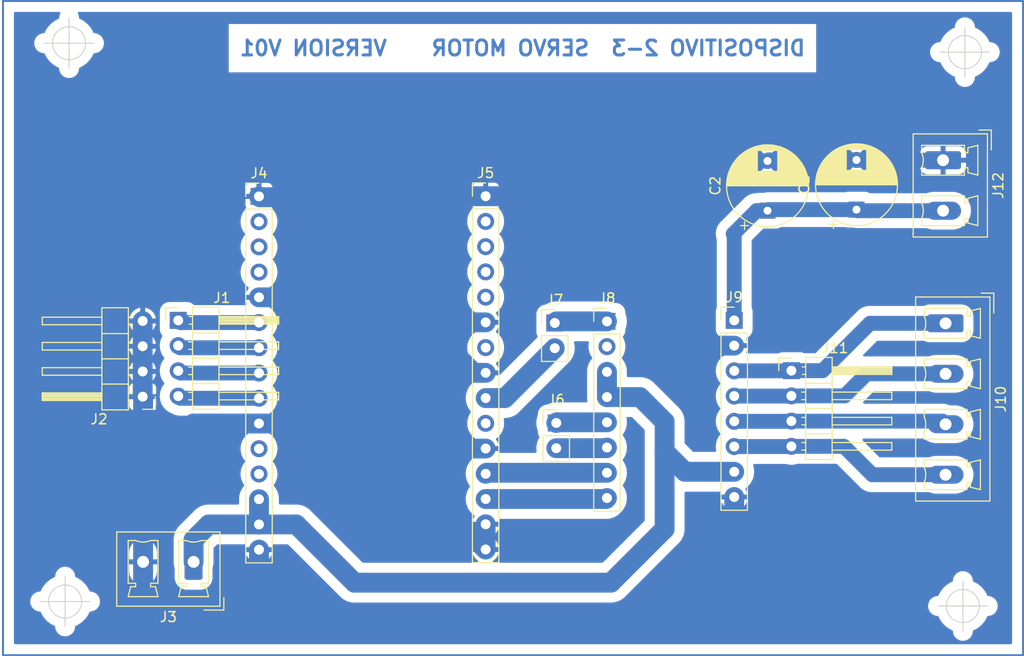
<source format=kicad_pcb>
(kicad_pcb (version 20211014) (generator pcbnew)
  (layers (0 "F.Cu" signal) (31 "B.Cu" signal) (34 "B.Paste" user) (35 "F.Paste" user) (36 "B.SilkS" user "B.Silkscreen") (37 "F.SilkS" user "F.Silkscreen") (38 "B.Mask" user) (39 "F.Mask" user) (44 "Edge.Cuts" user))
  (net 0 "")
  (net 1 "GND")
  (net 2 "Net-(C1-Pad1)")
  (net 3 "Net-(J1-Pad1)")
  (net 4 "Net-(J1-Pad2)")
  (net 5 "Net-(J1-Pad3)")
  (net 8 "Net-(J1-Pad4)")
  (net 9 "Net-(J3-Pad1)")
  (net 14 "Net-(J6-Pad1)")
  (net 18 "Net-(J5-Pad9)")
  (net 20 "Net-(J5-Pad12)")
  (net 21 "Net-(J5-Pad13)")
  (net 22 "Net-(J6-Pad2)")
  (net 23 "Net-(J7-Pad1)")
  (net 26 "Net-(J10-Pad1)")
  (net 27 "Net-(J10-Pad2)")
  (net 28 "Net-(J10-Pad3)")
  (net 29 "Net-(J10-Pad4)")
  (footprint "Capacitor_THT:CP_Radial_D8.0mm_P5.00mm" (layer "F.Cu") (at 204.6 76.252651 90)
    (property "Reference" "C4")
    (property "Value" "C")
    (fp_text reference "C2" (at 2.5 -5.25 90) (layer "F.SilkS"))
    (fp_text value "C")
    (pad "1" thru_hole rect (at 0 0 90) (size 1.6 1.6) (drill 0.8) (layers *.Cu *.Mask) (net 2 "Net-(C1-Pad1)"))
    (pad "2" thru_hole circle (at 5 0 90) (size 1.6 1.6) (drill 0.8) (layers *.Cu *.Mask) (net 1 "GND"))
  )
  (footprint "Connector_PinHeader_2.54mm:PinHeader_1x08_P2.54mm_Vertical" (layer "F.Cu") (at 201.25 87.3)
    (property "Reference" "J5")
    (property "Value" "Conn_01x08_Male")
    (fp_text reference "J9" (at 0 -2.33) (layer "F.SilkS"))
    (fp_text value "Conn_01x08_Male")
    (pad "1" thru_hole rect (at 0 0) (size 1.7 1.7) (drill 1) (layers *.Cu *.Mask) (net 2 "Net-(C1-Pad1)"))
    (pad "2" thru_hole oval (at 0 2.54) (size 1.7 1.7) (drill 1) (layers *.Cu *.Mask) (net 1 "GND"))
    (pad "3" thru_hole oval (at 0 5.08) (size 1.7 1.7) (drill 1) (layers *.Cu *.Mask) (net 26 "Net-(J10-Pad1)"))
    (pad "4" thru_hole oval (at 0 7.62) (size 1.7 1.7) (drill 1) (layers *.Cu *.Mask) (net 27 "Net-(J10-Pad2)"))
    (pad "5" thru_hole oval (at 0 10.16) (size 1.7 1.7) (drill 1) (layers *.Cu *.Mask) (net 28 "Net-(J10-Pad3)"))
    (pad "6" thru_hole oval (at 0 12.7) (size 1.7 1.7) (drill 1) (layers *.Cu *.Mask) (net 29 "Net-(J10-Pad4)"))
    (pad "7" thru_hole oval (at 0 15.24) (size 1.7 1.7) (drill 1) (layers *.Cu *.Mask) (net 9 "Net-(J3-Pad1)"))
    (pad "8" thru_hole oval (at 0 17.78) (size 1.7 1.7) (drill 1) (layers *.Cu *.Mask) (net 1 "GND"))
  )
  (footprint "Connector_PinHeader_2.54mm:PinHeader_1x15_P2.54mm_Vertical" (layer "F.Cu") (at 153.45 74.82)
    (property "Reference" "J2")
    (property "Value" "Conn_01x15_Male")
    (fp_text reference "J4" (at 0 -2.33) (layer "F.SilkS"))
    (fp_text value "Conn_01x15_Male")
    (pad "1" thru_hole rect (at 0 0) (size 1.7 1.7) (drill 1) (layers *.Cu *.Mask) (net 1 "GND"))
    (pad "2" thru_hole oval (at 0 2.54) (size 1.7 1.7) (drill 1) (layers *.Cu *.Mask))
    (pad "3" thru_hole oval (at 0 5.08) (size 1.7 1.7) (drill 1) (layers *.Cu *.Mask))
    (pad "4" thru_hole oval (at 0 7.62) (size 1.7 1.7) (drill 1) (layers *.Cu *.Mask))
    (pad "5" thru_hole oval (at 0 10.16) (size 1.7 1.7) (drill 1) (layers *.Cu *.Mask) (net 1 "GND"))
    (pad "6" thru_hole oval (at 0 12.7) (size 1.7 1.7) (drill 1) (layers *.Cu *.Mask) (net 3 "Net-(J1-Pad1)"))
    (pad "7" thru_hole oval (at 0 15.24) (size 1.7 1.7) (drill 1) (layers *.Cu *.Mask) (net 4 "Net-(J1-Pad2)"))
    (pad "8" thru_hole oval (at 0 17.78) (size 1.7 1.7) (drill 1) (layers *.Cu *.Mask) (net 5 "Net-(J1-Pad3)"))
    (pad "9" thru_hole oval (at 0 20.32) (size 1.7 1.7) (drill 1) (layers *.Cu *.Mask) (net 8 "Net-(J1-Pad4)"))
    (pad "10" thru_hole oval (at 0 22.86) (size 1.7 1.7) (drill 1) (layers *.Cu *.Mask) (net 1 "GND"))
    (pad "11" thru_hole oval (at 0 25.4) (size 1.7 1.7) (drill 1) (layers *.Cu *.Mask))
    (pad "12" thru_hole oval (at 0 27.94) (size 1.7 1.7) (drill 1) (layers *.Cu *.Mask))
    (pad "13" thru_hole oval (at 0 30.48) (size 1.7 1.7) (drill 1) (layers *.Cu *.Mask) (net 9 "Net-(J3-Pad1)"))
    (pad "14" thru_hole oval (at 0 33.02) (size 1.7 1.7) (drill 1) (layers *.Cu *.Mask) (net 9 "Net-(J3-Pad1)"))
    (pad "15" thru_hole oval (at 0 35.56) (size 1.7 1.7) (drill 1) (layers *.Cu *.Mask) (net 1 "GND"))
  )
  (footprint "Capacitor_THT:CP_Radial_D8.0mm_P5.00mm" (layer "F.Cu") (at 213.55 76.152651 90)
    (property "Reference" "C3")
    (property "Value" "C")
    (fp_text reference "C1" (at 2.5 -5.25 90) (layer "F.SilkS"))
    (fp_text value "C")
    (pad "1" thru_hole rect (at 0 0 90) (size 1.6 1.6) (drill 0.8) (layers *.Cu *.Mask) (net 2 "Net-(C1-Pad1)"))
    (pad "2" thru_hole circle (at 5 0 90) (size 1.6 1.6) (drill 0.8) (layers *.Cu *.Mask) (net 1 "GND"))
  )
  (footprint "Connector_PinHeader_2.54mm:PinHeader_1x04_P2.54mm_Horizontal" (layer "F.Cu") (at 207 92.36)
    (fp_text reference "J11" (at 4.385 -2.27) (layer "F.SilkS"))
    (fp_text value "Conn_01x04_Male")
    (pad "1" thru_hole rect (at 0 0) (size 1.7 1.7) (drill 1) (layers *.Cu *.Mask) (net 26 "Net-(J10-Pad1)"))
    (pad "2" thru_hole oval (at 0 2.54) (size 1.7 1.7) (drill 1) (layers *.Cu *.Mask) (net 27 "Net-(J10-Pad2)"))
    (pad "3" thru_hole oval (at 0 5.08) (size 1.7 1.7) (drill 1) (layers *.Cu *.Mask) (net 28 "Net-(J10-Pad3)"))
    (pad "4" thru_hole oval (at 0 7.62) (size 1.7 1.7) (drill 1) (layers *.Cu *.Mask) (net 29 "Net-(J10-Pad4)"))
  )
  (footprint "Connector_PinHeader_2.54mm:PinHeader_1x04_P2.54mm_Horizontal" (layer "F.Cu") (at 145.325 87.3)
    (fp_text reference "J1" (at 4.385 -2.27) (layer "F.SilkS"))
    (fp_text value "Conn_01x04_Male")
    (pad "1" thru_hole rect (at 0 0) (size 1.7 1.7) (drill 1) (layers *.Cu *.Mask) (net 3 "Net-(J1-Pad1)"))
    (pad "2" thru_hole oval (at 0 2.54) (size 1.7 1.7) (drill 1) (layers *.Cu *.Mask) (net 4 "Net-(J1-Pad2)"))
    (pad "3" thru_hole oval (at 0 5.08) (size 1.7 1.7) (drill 1) (layers *.Cu *.Mask) (net 5 "Net-(J1-Pad3)"))
    (pad "4" thru_hole oval (at 0 7.62) (size 1.7 1.7) (drill 1) (layers *.Cu *.Mask) (net 8 "Net-(J1-Pad4)"))
  )
  (footprint "Connector_PinHeader_2.54mm:PinHeader_1x02_P2.54mm_Vertical" (layer "F.Cu") (at 183.2 87.56)
    (fp_text reference "J7" (at 0 -2.33) (layer "F.SilkS"))
    (fp_text value "Conn_01x02_Male")
    (pad "1" thru_hole rect (at 0 0) (size 1.7 1.7) (drill 1) (layers *.Cu *.Mask) (net 23 "Net-(J7-Pad1)"))
    (pad "2" thru_hole oval (at 0 2.54) (size 1.7 1.7) (drill 1) (layers *.Cu *.Mask) (net 18 "Net-(J5-Pad9)"))
  )
  (footprint "Connector_Phoenix_MC_HighVoltage:PhoenixContact_MCV_1,5_2-G-5.08_1x02_P5.08mm_Vertical" (layer "F.Cu") (at 146.8725 111.6075 180)
    (property "Reference" "J8")
    (property "Value" "Screw_Terminal_01x02")
    (fp_text reference "J3" (at 2.54 -5.55) (layer "F.SilkS"))
    (fp_text value "Screw_Terminal_01x02")
    (pad "1" thru_hole roundrect (at 0 0 180) (size 1.8 3.6) (drill 1.2) (layers *.Cu *.Mask) (roundrect_rratio 0.138889) (net 9 "Net-(J3-Pad1)"))
    (pad "2" thru_hole oval (at 5.08 0 180) (size 1.8 3.6) (drill 1.2) (layers *.Cu *.Mask) (net 1 "GND"))
  )
  (footprint "Connector_PinHeader_2.54mm:PinHeader_1x08_P2.54mm_Vertical" (layer "F.Cu") (at 188.45 87.4)
    (property "Reference" "J4")
    (property "Value" "Conn_01x08_Male")
    (fp_text reference "J8" (at 0 -2.33) (layer "F.SilkS"))
    (fp_text value "Conn_01x08_Male")
    (pad "1" thru_hole rect (at 0 0) (size 1.7 1.7) (drill 1) (layers *.Cu *.Mask) (net 23 "Net-(J7-Pad1)"))
    (pad "2" thru_hole oval (at 0 2.54) (size 1.7 1.7) (drill 1) (layers *.Cu *.Mask))
    (pad "3" thru_hole oval (at 0 5.08) (size 1.7 1.7) (drill 1) (layers *.Cu *.Mask) (net 9 "Net-(J3-Pad1)"))
    (pad "4" thru_hole oval (at 0 7.62) (size 1.7 1.7) (drill 1) (layers *.Cu *.Mask) (net 9 "Net-(J3-Pad1)"))
    (pad "5" thru_hole oval (at 0 10.16) (size 1.7 1.7) (drill 1) (layers *.Cu *.Mask) (net 14 "Net-(J6-Pad1)"))
    (pad "6" thru_hole oval (at 0 12.7) (size 1.7 1.7) (drill 1) (layers *.Cu *.Mask) (net 22 "Net-(J6-Pad2)"))
    (pad "7" thru_hole oval (at 0 15.24) (size 1.7 1.7) (drill 1) (layers *.Cu *.Mask) (net 20 "Net-(J5-Pad12)"))
    (pad "8" thru_hole oval (at 0 17.78) (size 1.7 1.7) (drill 1) (layers *.Cu *.Mask) (net 21 "Net-(J5-Pad13)"))
  )
  (footprint "Connector_Phoenix_MC_HighVoltage:PhoenixContact_MCV_1,5_2-G-5.08_1x02_P5.08mm_Vertical" (layer "F.Cu") (at 222.2575 71.1775 -90)
    (property "Reference" "J8")
    (property "Value" "Screw_Terminal_01x02")
    (fp_text reference "J12" (at 2.54 -5.55 90) (layer "F.SilkS"))
    (fp_text value "Screw_Terminal_01x02")
    (pad "1" thru_hole roundrect (at 0 0 270) (size 1.8 3.6) (drill 1.2) (layers *.Cu *.Mask) (roundrect_rratio 0.138889) (net 1 "GND"))
    (pad "2" thru_hole oval (at 5.08 0 270) (size 1.8 3.6) (drill 1.2) (layers *.Cu *.Mask) (net 2 "Net-(C1-Pad1)"))
  )
  (footprint "Connector_Phoenix_MC_HighVoltage:PhoenixContact_MCV_1,5_4-G-5.08_1x04_P5.08mm_Vertical" (layer "F.Cu") (at 222.5075 87.5975 -90)
    (property "Reference" "J6")
    (property "Value" "Screw_Terminal_01x04")
    (fp_text reference "J10" (at 7.62 -5.55 90) (layer "F.SilkS"))
    (fp_text value "Screw_Terminal_01x04")
    (pad "1" thru_hole roundrect (at 0 0 270) (size 1.8 3.6) (drill 1.2) (layers *.Cu *.Mask) (roundrect_rratio 0.138889) (net 26 "Net-(J10-Pad1)"))
    (pad "2" thru_hole oval (at 5.08 0 270) (size 1.8 3.6) (drill 1.2) (layers *.Cu *.Mask) (net 27 "Net-(J10-Pad2)"))
    (pad "3" thru_hole oval (at 10.16 0 270) (size 1.8 3.6) (drill 1.2) (layers *.Cu *.Mask) (net 28 "Net-(J10-Pad3)"))
    (pad "4" thru_hole oval (at 15.24 0 270) (size 1.8 3.6) (drill 1.2) (layers *.Cu *.Mask) (net 29 "Net-(J10-Pad4)"))
  )
  (footprint "Connector_PinHeader_2.54mm:PinHeader_1x15_P2.54mm_Vertical" (layer "F.Cu") (at 176.25 74.8)
    (property "Reference" "J3")
    (property "Value" "Conn_01x15_Male")
    (fp_text reference "J5" (at 0 -2.33) (layer "F.SilkS"))
    (fp_text value "Conn_01x15_Male")
    (pad "1" thru_hole rect (at 0 0) (size 1.7 1.7) (drill 1) (layers *.Cu *.Mask) (net 1 "GND"))
    (pad "2" thru_hole oval (at 0 2.54) (size 1.7 1.7) (drill 1) (layers *.Cu *.Mask))
    (pad "3" thru_hole oval (at 0 5.08) (size 1.7 1.7) (drill 1) (layers *.Cu *.Mask))
    (pad "4" thru_hole oval (at 0 7.62) (size 1.7 1.7) (drill 1) (layers *.Cu *.Mask))
    (pad "5" thru_hole oval (at 0 10.16) (size 1.7 1.7) (drill 1) (layers *.Cu *.Mask))
    (pad "6" thru_hole oval (at 0 12.7) (size 1.7 1.7) (drill 1) (layers *.Cu *.Mask) (net 1 "GND"))
    (pad "7" thru_hole oval (at 0 15.24) (size 1.7 1.7) (drill 1) (layers *.Cu *.Mask))
    (pad "8" thru_hole oval (at 0 17.78) (size 1.7 1.7) (drill 1) (layers *.Cu *.Mask) (net 1 "GND"))
    (pad "9" thru_hole oval (at 0 20.32) (size 1.7 1.7) (drill 1) (layers *.Cu *.Mask) (net 18 "Net-(J5-Pad9)"))
    (pad "10" thru_hole oval (at 0 22.86) (size 1.7 1.7) (drill 1) (layers *.Cu *.Mask))
    (pad "11" thru_hole oval (at 0 25.4) (size 1.7 1.7) (drill 1) (layers *.Cu *.Mask) (net 1 "GND"))
    (pad "12" thru_hole oval (at 0 27.94) (size 1.7 1.7) (drill 1) (layers *.Cu *.Mask) (net 20 "Net-(J5-Pad12)"))
    (pad "13" thru_hole oval (at 0 30.48) (size 1.7 1.7) (drill 1) (layers *.Cu *.Mask) (net 21 "Net-(J5-Pad13)"))
    (pad "14" thru_hole oval (at 0 33.02) (size 1.7 1.7) (drill 1) (layers *.Cu *.Mask) (net 1 "GND"))
    (pad "15" thru_hole oval (at 0 35.56) (size 1.7 1.7) (drill 1) (layers *.Cu *.Mask) (net 1 "GND"))
  )
  (footprint "Connector_PinHeader_2.54mm:PinHeader_1x04_P2.54mm_Horizontal" (layer "F.Cu") (at 141.75 94.98 180)
    (fp_text reference "J2" (at 4.385 -2.27) (layer "F.SilkS"))
    (fp_text value "Conn_01x04_Male")
    (pad "1" thru_hole rect (at 0 0 180) (size 1.7 1.7) (drill 1) (layers *.Cu *.Mask) (net 1 "GND"))
    (pad "2" thru_hole oval (at 0 2.54 180) (size 1.7 1.7) (drill 1) (layers *.Cu *.Mask) (net 1 "GND"))
    (pad "3" thru_hole oval (at 0 5.08 180) (size 1.7 1.7) (drill 1) (layers *.Cu *.Mask) (net 1 "GND"))
    (pad "4" thru_hole oval (at 0 7.62 180) (size 1.7 1.7) (drill 1) (layers *.Cu *.Mask) (net 1 "GND"))
  )
  (footprint "Connector_PinHeader_2.54mm:PinHeader_1x02_P2.54mm_Vertical" (layer "F.Cu") (at 183.35 97.625)
    (fp_text reference "J6" (at 0 -2.33) (layer "F.SilkS"))
    (fp_text value "Conn_01x02_Male")
    (pad "1" thru_hole rect (at 0 0) (size 1.7 1.7) (drill 1) (layers *.Cu *.Mask) (net 14 "Net-(J6-Pad1)"))
    (pad "2" thru_hole oval (at 0 2.54) (size 1.7 1.7) (drill 1) (layers *.Cu *.Mask) (net 22 "Net-(J6-Pad2)"))
  )
  (gr_rect (start 127.7 55.15) (end 230.3 121) (layer "B.Cu") (width 0.2) (fill none))
  (gr_text "DISPOSITIVO 2-3  SERVO MOTOR    VERSION V01" (at 179.95 59.9) (layer "B.Cu") (effects (font (size 1.5 1.5) (thickness 0.3)) (justify mirror)))
  (target plus (at 224.45 60.3) (size 5) (width 0.1) (layer "Edge.Cuts"))
  (target plus (at 133.95 115.6) (size 5) (width 0.1) (layer "Edge.Cuts"))
  (target plus (at 224.25 116.05) (size 5) (width 0.1) (layer "Edge.Cuts"))
  (target plus (at 134.35 59.4) (size 5) (width 0.1) (layer "Edge.Cuts"))
  (segment (start 141.7925 101.2425) (end 141.7925 95.0225) (width 2) (layer "B.Cu") (net 1))
  (segment (start 141.7925 95.0225) (end 141.75 94.98) (width 2) (layer "B.Cu") (net 1))
  (segment (start 162.25 76.3) (end 160.85 74.9) (width 2) (layer "B.Cu") (net 1))
  (segment (start 162.65 85.3) (end 162.25 84.9) (width 2) (layer "B.Cu") (net 1))
  (segment (start 160.85 74.9) (end 153.53 74.9) (width 2) (layer "B.Cu") (net 1))
  (segment (start 194.5 80.252651) (end 194.5 80.8) (width 1.5) (layer "B.Cu") (net 1))
  (segment (start 201.25 89.84) (end 195.79 89.84) (width 2) (layer "B.Cu") (net 1))
  (segment (start 176.25 74.8) (end 160.95 74.8) (width 2) (layer "B.Cu") (net 1))
  (segment (start 150.55 117) (end 141.95 117) (width 2) (layer "B.Cu") (net 1))
  (segment (start 141.75 94.98) (end 141.75 92.44) (width 2) (layer "B.Cu") (net 1))
  (segment (start 161 100.15) (end 161 101.8) (width 2) (layer "B.Cu") (net 1))
  (segment (start 194.5 88.55) (end 194.5 80.8) (width 2) (layer "B.Cu") (net 1))
  (segment (start 162.25 84.9) (end 162.25 76.3) (width 2) (layer "B.Cu") (net 1))
  (segment (start 143.3075 101.2425) (end 141.7925 101.2425) (width 2) (layer "B.Cu") (net 1))
  (segment (start 153.45 84.98) (end 162.17 84.98) (width 2) (layer "B.Cu") (net 1))
  (segment (start 162.21896 103.01896) (end 168.90896 103.01896) (width 2) (layer "B.Cu") (net 1))
  (segment (start 188.5 74.8) (end 176.25 74.8) (width 2) (layer "B.Cu") (net 1))
  (segment (start 194.5 80.8) (end 188.5 74.8) (width 2) (layer "B.Cu") (net 1))
  (segment (start 158.53 97.68) (end 161 100.15) (width 2) (layer "B.Cu") (net 1))
  (segment (start 153.53 74.9) (end 153.45 74.82) (width 2) (layer "B.Cu") (net 1))
  (segment (start 193.45 117.5) (end 157.5 117.5) (width 2) (layer "B.Cu") (net 1))
  (segment (start 204.6 71.252651) (end 192.047349 71.252651) (width 1.5) (layer "B.Cu") (net 1))
  (segment (start 176.25 92.58) (end 175.047919 92.58) (width 2) (layer "B.Cu") (net 1))
  (segment (start 222.2575 71.1775) (end 213.574849 71.1775) (width 1.5) (layer "B.Cu") (net 1))
  (segment (start 168.90896 100.10896) (end 168.90896 86.44104) (width 2) (layer "B.Cu") (net 1))
  (segment (start 176.25 110.36) (end 168.90896 103.01896) (width 2) (layer "B.Cu") (net 1))
  (segment (start 141.75 89.9) (end 141.75 87.36) (width 2) (layer "B.Cu") (net 1))
  (segment (start 153.45 114.1) (end 150.55 117) (width 2) (layer "B.Cu") (net 1))
  (segment (start 153.45 113.45) (end 153.45 110.38) (width 2) (layer "B.Cu") (net 1))
  (segment (start 168.90896 103.01896) (end 168.90896 100.10896) (width 2) (layer "B.Cu") (net 1))
  (segment (start 161 101.8) (end 162.21896 103.01896) (width 2) (layer "B.Cu") (net 1))
  (segment (start 157.5 117.5) (end 153.45 113.45) (width 2) (layer "B.Cu") (net 1))
  (segment (start 176.25 107.82) (end 176.25 110.36) (width 2) (layer "B.Cu") (net 1))
  (segment (start 204.7 71.152651) (end 204.6 71.252651) (width 1.5) (layer "B.Cu") (net 1))
  (segment (start 168.90896 86.44104) (end 167.767919 85.3) (width 2) (layer "B.Cu") (net 1))
  (segment (start 153.45 97.68) (end 146.87 97.68) (width 2) (layer "B.Cu") (net 1))
  (segment (start 176.25 100.2) (end 169 100.2) (width 2) (layer "B.Cu") (net 1))
  (segment (start 160.95 74.8) (end 160.85 74.9) (width 2) (layer "B.Cu") (net 1))
  (segment (start 141.7925 111.6075) (end 141.7925 101.2425) (width 2) (layer "B.Cu") (net 1))
  (segment (start 201.25 105.08) (end 201.25 109.7) (width 2) (layer "B.Cu") (net 1))
  (segment (start 153.45 110.38) (end 153.45 114.1) (width 2) (layer "B.Cu") (net 1))
  (segment (start 213.574849 71.1775) (end 213.55 71.152651) (width 1.5) (layer "B.Cu") (net 1))
  (segment (start 195.79 89.84) (end 194.5 88.55) (width 2) (layer "B.Cu") (net 1))
  (segment (start 201.25 109.7) (end 193.45 117.5) (width 2) (layer "B.Cu") (net 1))
  (segment (start 169 100.2) (end 168.90896 100.10896) (width 2) (layer "B.Cu") (net 1))
  (segment (start 141.75 92.44) (end 141.75 89.9) (width 2) (layer "B.Cu") (net 1))
  (segment (start 176.25 87.5) (end 169.96792 87.5) (width 2) (layer "B.Cu") (net 1))
  (segment (start 169.96792 87.5) (end 168.90896 86.44104) (width 2) (layer "B.Cu") (net 1))
  (segment (start 175.047919 92.58) (end 168.90896 86.44104) (width 2) (layer "B.Cu") (net 1))
  (segment (start 167.767919 85.3) (end 162.65 85.3) (width 2) (layer "B.Cu") (net 1))
  (segment (start 162.17 84.98) (end 162.25 84.9) (width 2) (layer "B.Cu") (net 1))
  (segment (start 213.55 71.152651) (end 204.7 71.152651) (width 1.5) (layer "B.Cu") (net 1))
  (segment (start 141.7925 116.8425) (end 141.7925 111.6075) (width 2) (layer "B.Cu") (net 1))
  (segment (start 153.45 97.68) (end 158.53 97.68) (width 2) (layer "B.Cu") (net 1))
  (segment (start 192.047349 71.252651) (end 188.5 74.8) (width 1.5) (layer "B.Cu") (net 1))
  (segment (start 141.95 117) (end 141.7925 116.8425) (width 2) (layer "B.Cu") (net 1))
  (segment (start 146.87 97.68) (end 143.3075 101.2425) (width 2) (layer "B.Cu") (net 1))
  (segment (start 201.152651 87.202651) (end 201.25 87.3) (width 1.5) (layer "B.Cu") (net 2))
  (segment (start 203.5 76.252651) (end 201.152651 78.6) (width 1.5) (layer "B.Cu") (net 2))
  (segment (start 213.654849 76.2575) (end 213.55 76.152651) (width 1.5) (layer "B.Cu") (net 2))
  (segment (start 204.6 76.252651) (end 203.5 76.252651) (width 1.5) (layer "B.Cu") (net 2))
  (segment (start 222.2575 76.2575) (end 213.654849 76.2575) (width 1.5) (layer "B.Cu") (net 2))
  (segment (start 204.7 76.152651) (end 204.6 76.252651) (width 1.5) (layer "B.Cu") (net 2))
  (segment (start 213.55 76.152651) (end 204.7 76.152651) (width 1.5) (layer "B.Cu") (net 2))
  (segment (start 201.25 78.697349) (end 201.25 87.3) (width 1.5) (layer "B.Cu") (net 2))
  (segment (start 201.152651 78.6) (end 201.25 78.697349) (width 1.5) (layer "B.Cu") (net 2))
  (segment (start 145.545 87.52) (end 145.325 87.3) (width 1.5) (layer "B.Cu") (net 3))
  (segment (start 153.45 87.52) (end 145.545 87.52) (width 1.5) (layer "B.Cu") (net 3))
  (segment (start 153.45 90.06) (end 145.545 90.06) (width 1.5) (layer "B.Cu") (net 4))
  (segment (start 145.545 90.06) (end 145.325 89.84) (width 1.5) (layer "B.Cu") (net 4))
  (segment (start 153.45 92.6) (end 145.545 92.6) (width 1.5) (layer "B.Cu") (net 5))
  (segment (start 145.545 92.6) (end 145.325 92.38) (width 1.5) (layer "B.Cu") (net 5))
  (segment (start 153.45 95.14) (end 145.545 95.14) (width 1.5) (layer "B.Cu") (net 8))
  (segment (start 145.545 95.14) (end 145.325 94.92) (width 1.5) (layer "B.Cu") (net 8))
  (segment (start 148.41 107.84) (end 146.8725 109.3775) (width 2) (layer "B.Cu") (net 9))
  (segment (start 201.25 102.54) (end 196.29 102.54) (width 2) (layer "B.Cu") (net 9))
  (segment (start 194.25 100.5) (end 194.25 97.5) (width 2) (layer "B.Cu") (net 9))
  (segment (start 153.45 107.84) (end 153.45 105.3) (width 2) (layer "B.Cu") (net 9))
  (segment (start 194.25 97.5) (end 191.77 95.02) (width 2) (layer "B.Cu") (net 9))
  (segment (start 153.45 107.84) (end 157.19 107.84) (width 2) (layer "B.Cu") (net 9))
  (segment (start 194.25 108.3) (end 194.25 100.5) (width 2) (layer "B.Cu") (net 9))
  (segment (start 188.45 92.48) (end 188.45 95.02) (width 2) (layer "B.Cu") (net 9))
  (segment (start 188.85 113.7) (end 194.25 108.3) (width 2) (layer "B.Cu") (net 9))
  (segment (start 157.19 107.84) (end 163.05 113.7) (width 2) (layer "B.Cu") (net 9))
  (segment (start 196.29 102.54) (end 194.25 100.5) (width 2) (layer "B.Cu") (net 9))
  (segment (start 153.45 107.84) (end 148.41 107.84) (width 2) (layer "B.Cu") (net 9))
  (segment (start 191.77 95.02) (end 188.45 95.02) (width 2) (layer "B.Cu") (net 9))
  (segment (start 163.05 113.7) (end 188.85 113.7) (width 2) (layer "B.Cu") (net 9))
  (segment (start 146.8725 109.3775) (end 146.8725 111.6075) (width 2) (layer "B.Cu") (net 9))
  (segment (start 188.45 97.56) (end 183.415 97.56) (width 2) (layer "B.Cu") (net 14))
  (segment (start 183.415 97.56) (end 183.35 97.625) (width 2) (layer "B.Cu") (net 14))
  (segment (start 178.18 95.12) (end 183.2 90.1) (width 2) (layer "B.Cu") (net 18))
  (segment (start 176.25 95.12) (end 178.18 95.12) (width 2) (layer "B.Cu") (net 18))
  (segment (start 188.45 102.64) (end 176.35 102.64) (width 2) (layer "B.Cu") (net 20))
  (segment (start 176.35 102.64) (end 176.25 102.74) (width 2) (layer "B.Cu") (net 20))
  (segment (start 176.25 105.28) (end 188.35 105.28) (width 2) (layer "B.Cu") (net 21))
  (segment (start 188.35 105.28) (end 188.45 105.18) (width 2) (layer "B.Cu") (net 21))
  (segment (start 188.385 100.165) (end 188.45 100.1) (width 2) (layer "B.Cu") (net 22))
  (segment (start 183.35 100.165) (end 188.385 100.165) (width 2) (layer "B.Cu") (net 22))
  (segment (start 188.45 87.4) (end 183.36 87.4) (width 2) (layer "B.Cu") (net 23))
  (segment (start 214.9025 87.5975) (end 222.5075 87.5975) (width 1.5) (layer "B.Cu") (net 26))
  (segment (start 207 92.36) (end 210.14 92.36) (width 1.5) (layer "B.Cu") (net 26))
  (segment (start 201.25 92.38) (end 206.98 92.38) (width 1.5) (layer "B.Cu") (net 26))
  (segment (start 210.14 92.36) (end 214.9025 87.5975) (width 1.5) (layer "B.Cu") (net 26))
  (segment (start 206.98 92.38) (end 207 92.36) (width 1.5) (layer "B.Cu") (net 26))
  (segment (start 212.35 94.9) (end 214.5725 92.6775) (width 1.5) (layer "B.Cu") (net 27))
  (segment (start 214.5725 92.6775) (end 222.5075 92.6775) (width 1.5) (layer "B.Cu") (net 27))
  (segment (start 207 94.9) (end 212.35 94.9) (width 1.5) (layer "B.Cu") (net 27))
  (segment (start 201.25 94.92) (end 206.98 94.92) (width 1.5) (layer "B.Cu") (net 27))
  (segment (start 206.98 94.92) (end 207 94.9) (width 1.5) (layer "B.Cu") (net 27))
  (segment (start 222.19 97.44) (end 222.5075 97.7575) (width 1.5) (layer "B.Cu") (net 28))
  (segment (start 201.25 97.46) (end 206.98 97.46) (width 1.5) (layer "B.Cu") (net 28))
  (segment (start 206.98 97.46) (end 207 97.44) (width 1.5) (layer "B.Cu") (net 28))
  (segment (start 207 97.44) (end 222.19 97.44) (width 1.5) (layer "B.Cu") (net 28))
  (segment (start 212.28 99.98) (end 215.1375 102.8375) (width 1.5) (layer "B.Cu") (net 29))
  (segment (start 201.25 100) (end 206.98 100) (width 1.5) (layer "B.Cu") (net 29))
  (segment (start 215.1375 102.8375) (end 222.5075 102.8375) (width 1.5) (layer "B.Cu") (net 29))
  (segment (start 206.98 100) (end 207 99.98) (width 1.5) (layer "B.Cu") (net 29))
  (segment (start 207 99.98) (end 212.28 99.98) (width 1.5) (layer "B.Cu") (net 29))
  (zone (net 1) (net_name "GND") (layer "B.Cu") (connect_pads (clearance 1)) (min_thickness 0.254) (fill yes (thermal_gap 0.508) (thermal_bridge_width 0.508))
    (polygon (pts (xy 230.3 120.95) (xy 127.4 120.95) (xy 127.4 55.15) (xy 230.3 55.15)))
  )
)
</source>
